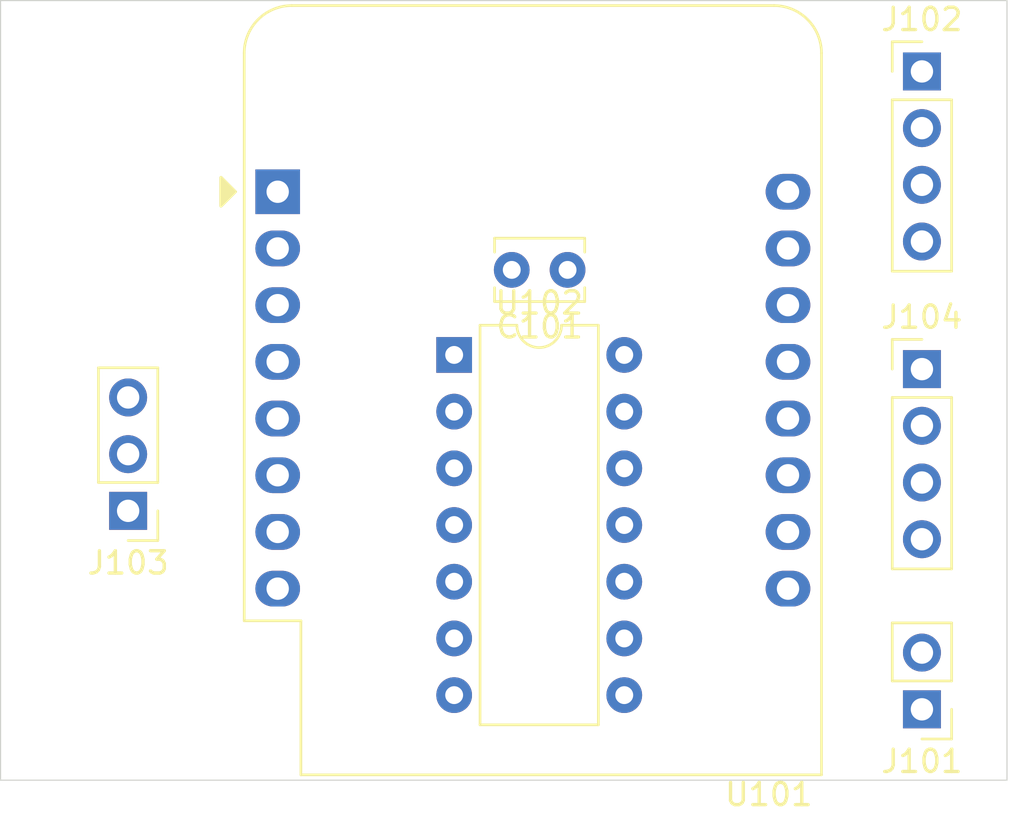
<source format=kicad_pcb>
(kicad_pcb (version 20171130) (host pcbnew 5.1.10-88a1d61d58~90~ubuntu20.04.1)

  (general
    (thickness 1.6)
    (drawings 4)
    (tracks 0)
    (zones 0)
    (modules 7)
    (nets 22)
  )

  (page A4)
  (layers
    (0 F.Cu signal)
    (31 B.Cu signal)
    (32 B.Adhes user)
    (33 F.Adhes user)
    (34 B.Paste user)
    (35 F.Paste user)
    (36 B.SilkS user)
    (37 F.SilkS user)
    (38 B.Mask user)
    (39 F.Mask user)
    (40 Dwgs.User user)
    (41 Cmts.User user)
    (42 Eco1.User user)
    (43 Eco2.User user)
    (44 Edge.Cuts user)
    (45 Margin user)
    (46 B.CrtYd user)
    (47 F.CrtYd user)
    (48 B.Fab user)
    (49 F.Fab user)
  )

  (setup
    (last_trace_width 0.25)
    (trace_clearance 0.2)
    (zone_clearance 0.508)
    (zone_45_only no)
    (trace_min 0.2)
    (via_size 0.8)
    (via_drill 0.4)
    (via_min_size 0.4)
    (via_min_drill 0.3)
    (uvia_size 0.3)
    (uvia_drill 0.1)
    (uvias_allowed no)
    (uvia_min_size 0.2)
    (uvia_min_drill 0.1)
    (edge_width 0.05)
    (segment_width 0.2)
    (pcb_text_width 0.3)
    (pcb_text_size 1.5 1.5)
    (mod_edge_width 0.12)
    (mod_text_size 1 1)
    (mod_text_width 0.15)
    (pad_size 1.524 1.524)
    (pad_drill 0.762)
    (pad_to_mask_clearance 0)
    (aux_axis_origin 0 0)
    (visible_elements FFFFFF7F)
    (pcbplotparams
      (layerselection 0x010fc_ffffffff)
      (usegerberextensions false)
      (usegerberattributes true)
      (usegerberadvancedattributes true)
      (creategerberjobfile true)
      (excludeedgelayer true)
      (linewidth 0.100000)
      (plotframeref false)
      (viasonmask false)
      (mode 1)
      (useauxorigin false)
      (hpglpennumber 1)
      (hpglpenspeed 20)
      (hpglpendiameter 15.000000)
      (psnegative false)
      (psa4output false)
      (plotreference true)
      (plotvalue true)
      (plotinvisibletext false)
      (padsonsilk false)
      (subtractmaskfromsilk false)
      (outputformat 1)
      (mirror false)
      (drillshape 1)
      (scaleselection 1)
      (outputdirectory ""))
  )

  (net 0 "")
  (net 1 GND)
  (net 2 +5V)
  (net 3 "Net-(J103-Pad3)")
  (net 4 "Net-(J103-Pad2)")
  (net 5 "Net-(U101-Pad16)")
  (net 6 "Net-(U101-Pad15)")
  (net 7 "Net-(U101-Pad7)")
  (net 8 "Net-(U101-Pad6)")
  (net 9 "Net-(U101-Pad5)")
  (net 10 "Net-(U101-Pad4)")
  (net 11 "Net-(U101-Pad3)")
  (net 12 "Net-(U101-Pad1)")
  (net 13 "Net-(U102-Pad11)")
  (net 14 SDA)
  (net 15 SCL)
  (net 16 +3V3)
  (net 17 RXIN)
  (net 18 TXOUT)
  (net 19 A0)
  (net 20 VCC)
  (net 21 "Net-(U102-Pad8)")

  (net_class Default "This is the default net class."
    (clearance 0.2)
    (trace_width 0.25)
    (via_dia 0.8)
    (via_drill 0.4)
    (uvia_dia 0.3)
    (uvia_drill 0.1)
    (add_net +3V3)
    (add_net +5V)
    (add_net A0)
    (add_net GND)
    (add_net "Net-(J103-Pad2)")
    (add_net "Net-(J103-Pad3)")
    (add_net "Net-(U101-Pad1)")
    (add_net "Net-(U101-Pad15)")
    (add_net "Net-(U101-Pad16)")
    (add_net "Net-(U101-Pad3)")
    (add_net "Net-(U101-Pad4)")
    (add_net "Net-(U101-Pad5)")
    (add_net "Net-(U101-Pad6)")
    (add_net "Net-(U101-Pad7)")
    (add_net "Net-(U102-Pad11)")
    (add_net "Net-(U102-Pad8)")
    (add_net RXIN)
    (add_net SCL)
    (add_net SDA)
    (add_net TXOUT)
    (add_net VCC)
  )

  (module Package_DIP:DIP-14_W7.62mm (layer F.Cu) (tedit 5A02E8C5) (tstamp 6127FD1A)
    (at 108.585 59.69)
    (descr "14-lead though-hole mounted DIP package, row spacing 7.62 mm (300 mils)")
    (tags "THT DIP DIL PDIP 2.54mm 7.62mm 300mil")
    (path /6128A942)
    (fp_text reference U102 (at 3.81 -2.33) (layer F.SilkS)
      (effects (font (size 1 1) (thickness 0.15)))
    )
    (fp_text value 74125 (at 3.81 17.57) (layer F.Fab)
      (effects (font (size 1 1) (thickness 0.15)))
    )
    (fp_text user %R (at 3.81 7.62) (layer F.Fab)
      (effects (font (size 1 1) (thickness 0.15)))
    )
    (fp_arc (start 3.81 -1.33) (end 2.81 -1.33) (angle -180) (layer F.SilkS) (width 0.12))
    (fp_line (start 1.635 -1.27) (end 6.985 -1.27) (layer F.Fab) (width 0.1))
    (fp_line (start 6.985 -1.27) (end 6.985 16.51) (layer F.Fab) (width 0.1))
    (fp_line (start 6.985 16.51) (end 0.635 16.51) (layer F.Fab) (width 0.1))
    (fp_line (start 0.635 16.51) (end 0.635 -0.27) (layer F.Fab) (width 0.1))
    (fp_line (start 0.635 -0.27) (end 1.635 -1.27) (layer F.Fab) (width 0.1))
    (fp_line (start 2.81 -1.33) (end 1.16 -1.33) (layer F.SilkS) (width 0.12))
    (fp_line (start 1.16 -1.33) (end 1.16 16.57) (layer F.SilkS) (width 0.12))
    (fp_line (start 1.16 16.57) (end 6.46 16.57) (layer F.SilkS) (width 0.12))
    (fp_line (start 6.46 16.57) (end 6.46 -1.33) (layer F.SilkS) (width 0.12))
    (fp_line (start 6.46 -1.33) (end 4.81 -1.33) (layer F.SilkS) (width 0.12))
    (fp_line (start -1.1 -1.55) (end -1.1 16.8) (layer F.CrtYd) (width 0.05))
    (fp_line (start -1.1 16.8) (end 8.7 16.8) (layer F.CrtYd) (width 0.05))
    (fp_line (start 8.7 16.8) (end 8.7 -1.55) (layer F.CrtYd) (width 0.05))
    (fp_line (start 8.7 -1.55) (end -1.1 -1.55) (layer F.CrtYd) (width 0.05))
    (pad 14 thru_hole oval (at 7.62 0) (size 1.6 1.6) (drill 0.8) (layers *.Cu *.Mask)
      (net 20 VCC))
    (pad 7 thru_hole oval (at 0 15.24) (size 1.6 1.6) (drill 0.8) (layers *.Cu *.Mask)
      (net 1 GND))
    (pad 13 thru_hole oval (at 7.62 2.54) (size 1.6 1.6) (drill 0.8) (layers *.Cu *.Mask)
      (net 2 +5V))
    (pad 6 thru_hole oval (at 0 12.7) (size 1.6 1.6) (drill 0.8) (layers *.Cu *.Mask)
      (net 4 "Net-(J103-Pad2)"))
    (pad 12 thru_hole oval (at 7.62 5.08) (size 1.6 1.6) (drill 0.8) (layers *.Cu *.Mask)
      (net 2 +5V))
    (pad 5 thru_hole oval (at 0 10.16) (size 1.6 1.6) (drill 0.8) (layers *.Cu *.Mask)
      (net 8 "Net-(U101-Pad6)"))
    (pad 11 thru_hole oval (at 7.62 7.62) (size 1.6 1.6) (drill 0.8) (layers *.Cu *.Mask)
      (net 13 "Net-(U102-Pad11)"))
    (pad 4 thru_hole oval (at 0 7.62) (size 1.6 1.6) (drill 0.8) (layers *.Cu *.Mask)
      (net 1 GND))
    (pad 10 thru_hole oval (at 7.62 10.16) (size 1.6 1.6) (drill 0.8) (layers *.Cu *.Mask)
      (net 2 +5V))
    (pad 3 thru_hole oval (at 0 5.08) (size 1.6 1.6) (drill 0.8) (layers *.Cu *.Mask)
      (net 3 "Net-(J103-Pad3)"))
    (pad 9 thru_hole oval (at 7.62 12.7) (size 1.6 1.6) (drill 0.8) (layers *.Cu *.Mask)
      (net 2 +5V))
    (pad 2 thru_hole oval (at 0 2.54) (size 1.6 1.6) (drill 0.8) (layers *.Cu *.Mask)
      (net 9 "Net-(U101-Pad5)"))
    (pad 8 thru_hole oval (at 7.62 15.24) (size 1.6 1.6) (drill 0.8) (layers *.Cu *.Mask)
      (net 21 "Net-(U102-Pad8)"))
    (pad 1 thru_hole rect (at 0 0) (size 1.6 1.6) (drill 0.8) (layers *.Cu *.Mask)
      (net 10 "Net-(U101-Pad4)"))
    (model ${KISYS3DMOD}/Package_DIP.3dshapes/DIP-14_W7.62mm.wrl
      (at (xyz 0 0 0))
      (scale (xyz 1 1 1))
      (rotate (xyz 0 0 0))
    )
  )

  (module Connector_PinHeader_2.54mm:PinHeader_1x04_P2.54mm_Vertical (layer F.Cu) (tedit 59FED5CC) (tstamp 61228F68)
    (at 129.54 60.325)
    (descr "Through hole straight pin header, 1x04, 2.54mm pitch, single row")
    (tags "Through hole pin header THT 1x04 2.54mm single row")
    (path /6125B88C)
    (fp_text reference J104 (at 0 -2.33) (layer F.SilkS)
      (effects (font (size 1 1) (thickness 0.15)))
    )
    (fp_text value Conn_UART (at 0 9.95) (layer F.Fab)
      (effects (font (size 1 1) (thickness 0.15)))
    )
    (fp_line (start 1.8 -1.8) (end -1.8 -1.8) (layer F.CrtYd) (width 0.05))
    (fp_line (start 1.8 9.4) (end 1.8 -1.8) (layer F.CrtYd) (width 0.05))
    (fp_line (start -1.8 9.4) (end 1.8 9.4) (layer F.CrtYd) (width 0.05))
    (fp_line (start -1.8 -1.8) (end -1.8 9.4) (layer F.CrtYd) (width 0.05))
    (fp_line (start -1.33 -1.33) (end 0 -1.33) (layer F.SilkS) (width 0.12))
    (fp_line (start -1.33 0) (end -1.33 -1.33) (layer F.SilkS) (width 0.12))
    (fp_line (start -1.33 1.27) (end 1.33 1.27) (layer F.SilkS) (width 0.12))
    (fp_line (start 1.33 1.27) (end 1.33 8.95) (layer F.SilkS) (width 0.12))
    (fp_line (start -1.33 1.27) (end -1.33 8.95) (layer F.SilkS) (width 0.12))
    (fp_line (start -1.33 8.95) (end 1.33 8.95) (layer F.SilkS) (width 0.12))
    (fp_line (start -1.27 -0.635) (end -0.635 -1.27) (layer F.Fab) (width 0.1))
    (fp_line (start -1.27 8.89) (end -1.27 -0.635) (layer F.Fab) (width 0.1))
    (fp_line (start 1.27 8.89) (end -1.27 8.89) (layer F.Fab) (width 0.1))
    (fp_line (start 1.27 -1.27) (end 1.27 8.89) (layer F.Fab) (width 0.1))
    (fp_line (start -0.635 -1.27) (end 1.27 -1.27) (layer F.Fab) (width 0.1))
    (fp_text user %R (at 0 3.81 90) (layer F.Fab)
      (effects (font (size 1 1) (thickness 0.15)))
    )
    (pad 4 thru_hole oval (at 0 7.62) (size 1.7 1.7) (drill 1) (layers *.Cu *.Mask)
      (net 17 RXIN))
    (pad 3 thru_hole oval (at 0 5.08) (size 1.7 1.7) (drill 1) (layers *.Cu *.Mask)
      (net 18 TXOUT))
    (pad 2 thru_hole oval (at 0 2.54) (size 1.7 1.7) (drill 1) (layers *.Cu *.Mask)
      (net 1 GND))
    (pad 1 thru_hole rect (at 0 0) (size 1.7 1.7) (drill 1) (layers *.Cu *.Mask)
      (net 2 +5V))
    (model ${KISYS3DMOD}/Connector_PinHeader_2.54mm.3dshapes/PinHeader_1x04_P2.54mm_Vertical.wrl
      (at (xyz 0 0 0))
      (scale (xyz 1 1 1))
      (rotate (xyz 0 0 0))
    )
  )

  (module Capacitor_THT:C_Disc_D3.8mm_W2.6mm_P2.50mm (layer F.Cu) (tedit 5AE50EF0) (tstamp 61228F0E)
    (at 113.665 55.88 180)
    (descr "C, Disc series, Radial, pin pitch=2.50mm, , diameter*width=3.8*2.6mm^2, Capacitor, http://www.vishay.com/docs/45233/krseries.pdf")
    (tags "C Disc series Radial pin pitch 2.50mm  diameter 3.8mm width 2.6mm Capacitor")
    (path /6122B09C)
    (fp_text reference C101 (at 1.25 -2.55) (layer F.SilkS)
      (effects (font (size 1 1) (thickness 0.15)))
    )
    (fp_text value C (at 1.25 2.55) (layer F.Fab)
      (effects (font (size 1 1) (thickness 0.15)))
    )
    (fp_line (start 3.55 -1.55) (end -1.05 -1.55) (layer F.CrtYd) (width 0.05))
    (fp_line (start 3.55 1.55) (end 3.55 -1.55) (layer F.CrtYd) (width 0.05))
    (fp_line (start -1.05 1.55) (end 3.55 1.55) (layer F.CrtYd) (width 0.05))
    (fp_line (start -1.05 -1.55) (end -1.05 1.55) (layer F.CrtYd) (width 0.05))
    (fp_line (start 3.27 0.795) (end 3.27 1.42) (layer F.SilkS) (width 0.12))
    (fp_line (start 3.27 -1.42) (end 3.27 -0.795) (layer F.SilkS) (width 0.12))
    (fp_line (start -0.77 0.795) (end -0.77 1.42) (layer F.SilkS) (width 0.12))
    (fp_line (start -0.77 -1.42) (end -0.77 -0.795) (layer F.SilkS) (width 0.12))
    (fp_line (start -0.77 1.42) (end 3.27 1.42) (layer F.SilkS) (width 0.12))
    (fp_line (start -0.77 -1.42) (end 3.27 -1.42) (layer F.SilkS) (width 0.12))
    (fp_line (start 3.15 -1.3) (end -0.65 -1.3) (layer F.Fab) (width 0.1))
    (fp_line (start 3.15 1.3) (end 3.15 -1.3) (layer F.Fab) (width 0.1))
    (fp_line (start -0.65 1.3) (end 3.15 1.3) (layer F.Fab) (width 0.1))
    (fp_line (start -0.65 -1.3) (end -0.65 1.3) (layer F.Fab) (width 0.1))
    (fp_text user %R (at 3.164999 0.329999) (layer F.Fab)
      (effects (font (size 0.76 0.76) (thickness 0.114)))
    )
    (pad 2 thru_hole circle (at 2.5 0 180) (size 1.6 1.6) (drill 0.8) (layers *.Cu *.Mask)
      (net 1 GND))
    (pad 1 thru_hole circle (at 0 0 180) (size 1.6 1.6) (drill 0.8) (layers *.Cu *.Mask)
      (net 2 +5V))
    (model ${KISYS3DMOD}/Capacitor_THT.3dshapes/C_Disc_D3.8mm_W2.6mm_P2.50mm.wrl
      (at (xyz 0 0 0))
      (scale (xyz 1 1 1))
      (rotate (xyz 0 0 0))
    )
  )

  (module Module:WEMOS_D1_mini_light (layer F.Cu) (tedit 5BBFB1CE) (tstamp 61228BB8)
    (at 100.68 52.38)
    (descr "16-pin module, column spacing 22.86 mm (900 mils), https://wiki.wemos.cc/products:d1:d1_mini, https://c1.staticflickr.com/1/734/31400410271_f278b087db_z.jpg")
    (tags "ESP8266 WiFi microcontroller")
    (path /61222A73)
    (fp_text reference U101 (at 22 27) (layer F.SilkS)
      (effects (font (size 1 1) (thickness 0.15)))
    )
    (fp_text value WeMos_D1_mini (at 11.7 0) (layer F.Fab)
      (effects (font (size 1 1) (thickness 0.15)))
    )
    (fp_line (start 1.04 19.22) (end 1.04 26.12) (layer F.SilkS) (width 0.12))
    (fp_line (start -1.5 19.22) (end 1.04 19.22) (layer F.SilkS) (width 0.12))
    (fp_line (start -0.37 0) (end -1.37 -1) (layer F.Fab) (width 0.1))
    (fp_line (start -1.37 1) (end -0.37 0) (layer F.Fab) (width 0.1))
    (fp_line (start -1.37 -6.21) (end -1.37 -1) (layer F.Fab) (width 0.1))
    (fp_line (start 1.17 19.09) (end 1.17 25.99) (layer F.Fab) (width 0.1))
    (fp_line (start -1.37 19.09) (end 1.17 19.09) (layer F.Fab) (width 0.1))
    (fp_line (start -1.35 -7.4) (end -0.55 -8.2) (layer Dwgs.User) (width 0.1))
    (fp_line (start -1.3 -5.45) (end 1.45 -8.2) (layer Dwgs.User) (width 0.1))
    (fp_line (start -1.35 -3.4) (end 3.45 -8.2) (layer Dwgs.User) (width 0.1))
    (fp_line (start 22.65 -1.4) (end 24.25 -3) (layer Dwgs.User) (width 0.1))
    (fp_line (start 20.65 -1.4) (end 24.25 -5) (layer Dwgs.User) (width 0.1))
    (fp_line (start 18.65 -1.4) (end 24.25 -7) (layer Dwgs.User) (width 0.1))
    (fp_line (start 16.65 -1.4) (end 23.45 -8.2) (layer Dwgs.User) (width 0.1))
    (fp_line (start 14.65 -1.4) (end 21.45 -8.2) (layer Dwgs.User) (width 0.1))
    (fp_line (start 12.65 -1.4) (end 19.45 -8.2) (layer Dwgs.User) (width 0.1))
    (fp_line (start 10.65 -1.4) (end 17.45 -8.2) (layer Dwgs.User) (width 0.1))
    (fp_line (start 8.65 -1.4) (end 15.45 -8.2) (layer Dwgs.User) (width 0.1))
    (fp_line (start 6.65 -1.4) (end 13.45 -8.2) (layer Dwgs.User) (width 0.1))
    (fp_line (start 4.65 -1.4) (end 11.45 -8.2) (layer Dwgs.User) (width 0.1))
    (fp_line (start 2.65 -1.4) (end 9.45 -8.2) (layer Dwgs.User) (width 0.1))
    (fp_line (start 0.65 -1.4) (end 7.45 -8.2) (layer Dwgs.User) (width 0.1))
    (fp_line (start -1.35 -1.4) (end 5.45 -8.2) (layer Dwgs.User) (width 0.1))
    (fp_line (start -1.35 -8.2) (end -1.35 -1.4) (layer Dwgs.User) (width 0.1))
    (fp_line (start 24.25 -8.2) (end -1.35 -8.2) (layer Dwgs.User) (width 0.1))
    (fp_line (start 24.25 -1.4) (end 24.25 -8.2) (layer Dwgs.User) (width 0.1))
    (fp_line (start -1.35 -1.4) (end 24.25 -1.4) (layer Dwgs.User) (width 0.1))
    (fp_poly (pts (xy -2.54 -0.635) (xy -2.54 0.635) (xy -1.905 0)) (layer F.SilkS) (width 0.15))
    (fp_line (start -1.62 26.24) (end -1.62 -8.46) (layer F.CrtYd) (width 0.05))
    (fp_line (start 24.48 26.24) (end -1.62 26.24) (layer F.CrtYd) (width 0.05))
    (fp_line (start 24.48 -8.41) (end 24.48 26.24) (layer F.CrtYd) (width 0.05))
    (fp_line (start -1.62 -8.46) (end 24.48 -8.46) (layer F.CrtYd) (width 0.05))
    (fp_line (start -1.37 1) (end -1.37 19.09) (layer F.Fab) (width 0.1))
    (fp_line (start 22.23 -8.21) (end 0.63 -8.21) (layer F.Fab) (width 0.1))
    (fp_line (start 24.23 25.99) (end 24.23 -6.21) (layer F.Fab) (width 0.1))
    (fp_line (start 1.17 25.99) (end 24.23 25.99) (layer F.Fab) (width 0.1))
    (fp_line (start 22.24 -8.34) (end 0.63 -8.34) (layer F.SilkS) (width 0.12))
    (fp_line (start 24.36 26.12) (end 24.36 -6.21) (layer F.SilkS) (width 0.12))
    (fp_line (start -1.5 19.22) (end -1.5 -6.21) (layer F.SilkS) (width 0.12))
    (fp_line (start 1.04 26.12) (end 24.36 26.12) (layer F.SilkS) (width 0.12))
    (fp_text user "No copper" (at 11.43 -3.81) (layer Cmts.User)
      (effects (font (size 1 1) (thickness 0.15)))
    )
    (fp_text user "KEEP OUT" (at 11.43 -6.35) (layer Cmts.User)
      (effects (font (size 1 1) (thickness 0.15)))
    )
    (fp_arc (start 22.23 -6.21) (end 24.36 -6.21) (angle -90) (layer F.SilkS) (width 0.12))
    (fp_arc (start 0.63 -6.21) (end 0.63 -8.34) (angle -90) (layer F.SilkS) (width 0.12))
    (fp_arc (start 22.23 -6.21) (end 24.23 -6.19) (angle -90) (layer F.Fab) (width 0.1))
    (fp_arc (start 0.63 -6.21) (end 0.63 -8.21) (angle -90) (layer F.Fab) (width 0.1))
    (fp_text user %R (at 11.43 10) (layer F.Fab)
      (effects (font (size 1 1) (thickness 0.15)))
    )
    (pad 16 thru_hole oval (at 22.86 0) (size 2 1.6) (drill 1) (layers *.Cu *.Mask)
      (net 5 "Net-(U101-Pad16)"))
    (pad 15 thru_hole oval (at 22.86 2.54) (size 2 1.6) (drill 1) (layers *.Cu *.Mask)
      (net 6 "Net-(U101-Pad15)"))
    (pad 14 thru_hole oval (at 22.86 5.08) (size 2 1.6) (drill 1) (layers *.Cu *.Mask)
      (net 15 SCL))
    (pad 13 thru_hole oval (at 22.86 7.62) (size 2 1.6) (drill 1) (layers *.Cu *.Mask)
      (net 14 SDA))
    (pad 12 thru_hole oval (at 22.86 10.16) (size 2 1.6) (drill 1) (layers *.Cu *.Mask)
      (net 18 TXOUT))
    (pad 11 thru_hole oval (at 22.86 12.7) (size 2 1.6) (drill 1) (layers *.Cu *.Mask)
      (net 17 RXIN))
    (pad 10 thru_hole oval (at 22.86 15.24) (size 2 1.6) (drill 1) (layers *.Cu *.Mask)
      (net 1 GND))
    (pad 9 thru_hole oval (at 22.86 17.78) (size 2 1.6) (drill 1) (layers *.Cu *.Mask)
      (net 2 +5V))
    (pad 8 thru_hole oval (at 0 17.78) (size 2 1.6) (drill 1) (layers *.Cu *.Mask)
      (net 16 +3V3))
    (pad 7 thru_hole oval (at 0 15.24) (size 2 1.6) (drill 1) (layers *.Cu *.Mask)
      (net 7 "Net-(U101-Pad7)"))
    (pad 6 thru_hole oval (at 0 12.7) (size 2 1.6) (drill 1) (layers *.Cu *.Mask)
      (net 8 "Net-(U101-Pad6)"))
    (pad 5 thru_hole oval (at 0 10.16) (size 2 1.6) (drill 1) (layers *.Cu *.Mask)
      (net 9 "Net-(U101-Pad5)"))
    (pad 4 thru_hole oval (at 0 7.62) (size 2 1.6) (drill 1) (layers *.Cu *.Mask)
      (net 10 "Net-(U101-Pad4)"))
    (pad 3 thru_hole oval (at 0 5.08) (size 2 1.6) (drill 1) (layers *.Cu *.Mask)
      (net 11 "Net-(U101-Pad3)"))
    (pad 1 thru_hole rect (at 0 0) (size 2 2) (drill 1) (layers *.Cu *.Mask)
      (net 12 "Net-(U101-Pad1)"))
    (pad 2 thru_hole oval (at 0 2.54) (size 2 1.6) (drill 1) (layers *.Cu *.Mask)
      (net 19 A0))
    (model ${KISYS3DMOD}/Module.3dshapes/WEMOS_D1_mini_light.wrl
      (at (xyz 0 0 0))
      (scale (xyz 1 1 1))
      (rotate (xyz 0 0 0))
    )
    (model ${KISYS3DMOD}/Connector_PinHeader_2.54mm.3dshapes/PinHeader_1x08_P2.54mm_Vertical.wrl
      (offset (xyz 0 0 9.5))
      (scale (xyz 1 1 1))
      (rotate (xyz 0 -180 0))
    )
    (model ${KISYS3DMOD}/Connector_PinHeader_2.54mm.3dshapes/PinHeader_1x08_P2.54mm_Vertical.wrl
      (offset (xyz 22.86 0 9.5))
      (scale (xyz 1 1 1))
      (rotate (xyz 0 -180 0))
    )
    (model ${KISYS3DMOD}/Connector_PinSocket_2.54mm.3dshapes/PinSocket_1x08_P2.54mm_Vertical.wrl
      (at (xyz 0 0 0))
      (scale (xyz 1 1 1))
      (rotate (xyz 0 0 0))
    )
    (model ${KISYS3DMOD}/Connector_PinSocket_2.54mm.3dshapes/PinSocket_1x08_P2.54mm_Vertical.wrl
      (offset (xyz 22.86 0 0))
      (scale (xyz 1 1 1))
      (rotate (xyz 0 0 0))
    )
  )

  (module Connector_PinHeader_2.54mm:PinHeader_1x03_P2.54mm_Vertical (layer F.Cu) (tedit 59FED5CC) (tstamp 61228B75)
    (at 93.98 66.675 180)
    (descr "Through hole straight pin header, 1x03, 2.54mm pitch, single row")
    (tags "Through hole pin header THT 1x03 2.54mm single row")
    (path /6122D66D)
    (fp_text reference J103 (at 0 -2.33) (layer F.SilkS)
      (effects (font (size 1 1) (thickness 0.15)))
    )
    (fp_text value Conn_LED (at 0 7.41) (layer F.Fab)
      (effects (font (size 1 1) (thickness 0.15)))
    )
    (fp_line (start 1.8 -1.8) (end -1.8 -1.8) (layer F.CrtYd) (width 0.05))
    (fp_line (start 1.8 6.85) (end 1.8 -1.8) (layer F.CrtYd) (width 0.05))
    (fp_line (start -1.8 6.85) (end 1.8 6.85) (layer F.CrtYd) (width 0.05))
    (fp_line (start -1.8 -1.8) (end -1.8 6.85) (layer F.CrtYd) (width 0.05))
    (fp_line (start -1.33 -1.33) (end 0 -1.33) (layer F.SilkS) (width 0.12))
    (fp_line (start -1.33 0) (end -1.33 -1.33) (layer F.SilkS) (width 0.12))
    (fp_line (start -1.33 1.27) (end 1.33 1.27) (layer F.SilkS) (width 0.12))
    (fp_line (start 1.33 1.27) (end 1.33 6.41) (layer F.SilkS) (width 0.12))
    (fp_line (start -1.33 1.27) (end -1.33 6.41) (layer F.SilkS) (width 0.12))
    (fp_line (start -1.33 6.41) (end 1.33 6.41) (layer F.SilkS) (width 0.12))
    (fp_line (start -1.27 -0.635) (end -0.635 -1.27) (layer F.Fab) (width 0.1))
    (fp_line (start -1.27 6.35) (end -1.27 -0.635) (layer F.Fab) (width 0.1))
    (fp_line (start 1.27 6.35) (end -1.27 6.35) (layer F.Fab) (width 0.1))
    (fp_line (start 1.27 -1.27) (end 1.27 6.35) (layer F.Fab) (width 0.1))
    (fp_line (start -0.635 -1.27) (end 1.27 -1.27) (layer F.Fab) (width 0.1))
    (fp_text user %R (at 0 2.54 90) (layer F.Fab)
      (effects (font (size 1 1) (thickness 0.15)))
    )
    (pad 3 thru_hole oval (at 0 5.08 180) (size 1.7 1.7) (drill 1) (layers *.Cu *.Mask)
      (net 3 "Net-(J103-Pad3)"))
    (pad 2 thru_hole oval (at 0 2.54 180) (size 1.7 1.7) (drill 1) (layers *.Cu *.Mask)
      (net 4 "Net-(J103-Pad2)"))
    (pad 1 thru_hole rect (at 0 0 180) (size 1.7 1.7) (drill 1) (layers *.Cu *.Mask)
      (net 19 A0))
    (model ${KISYS3DMOD}/Connector_PinHeader_2.54mm.3dshapes/PinHeader_1x03_P2.54mm_Vertical.wrl
      (at (xyz 0 0 0))
      (scale (xyz 1 1 1))
      (rotate (xyz 0 0 0))
    )
  )

  (module Connector_PinHeader_2.54mm:PinHeader_1x04_P2.54mm_Vertical (layer F.Cu) (tedit 59FED5CC) (tstamp 61228B5E)
    (at 129.54 46.99)
    (descr "Through hole straight pin header, 1x04, 2.54mm pitch, single row")
    (tags "Through hole pin header THT 1x04 2.54mm single row")
    (path /61246FA9)
    (fp_text reference J102 (at 0 -2.33) (layer F.SilkS)
      (effects (font (size 1 1) (thickness 0.15)))
    )
    (fp_text value Conn_I2C (at 0 9.95) (layer F.Fab)
      (effects (font (size 1 1) (thickness 0.15)))
    )
    (fp_line (start 1.8 -1.8) (end -1.8 -1.8) (layer F.CrtYd) (width 0.05))
    (fp_line (start 1.8 9.4) (end 1.8 -1.8) (layer F.CrtYd) (width 0.05))
    (fp_line (start -1.8 9.4) (end 1.8 9.4) (layer F.CrtYd) (width 0.05))
    (fp_line (start -1.8 -1.8) (end -1.8 9.4) (layer F.CrtYd) (width 0.05))
    (fp_line (start -1.33 -1.33) (end 0 -1.33) (layer F.SilkS) (width 0.12))
    (fp_line (start -1.33 0) (end -1.33 -1.33) (layer F.SilkS) (width 0.12))
    (fp_line (start -1.33 1.27) (end 1.33 1.27) (layer F.SilkS) (width 0.12))
    (fp_line (start 1.33 1.27) (end 1.33 8.95) (layer F.SilkS) (width 0.12))
    (fp_line (start -1.33 1.27) (end -1.33 8.95) (layer F.SilkS) (width 0.12))
    (fp_line (start -1.33 8.95) (end 1.33 8.95) (layer F.SilkS) (width 0.12))
    (fp_line (start -1.27 -0.635) (end -0.635 -1.27) (layer F.Fab) (width 0.1))
    (fp_line (start -1.27 8.89) (end -1.27 -0.635) (layer F.Fab) (width 0.1))
    (fp_line (start 1.27 8.89) (end -1.27 8.89) (layer F.Fab) (width 0.1))
    (fp_line (start 1.27 -1.27) (end 1.27 8.89) (layer F.Fab) (width 0.1))
    (fp_line (start -0.635 -1.27) (end 1.27 -1.27) (layer F.Fab) (width 0.1))
    (fp_text user %R (at 0 3.81 90) (layer F.Fab)
      (effects (font (size 1 1) (thickness 0.15)))
    )
    (pad 4 thru_hole oval (at 0 7.62) (size 1.7 1.7) (drill 1) (layers *.Cu *.Mask)
      (net 14 SDA))
    (pad 3 thru_hole oval (at 0 5.08) (size 1.7 1.7) (drill 1) (layers *.Cu *.Mask)
      (net 15 SCL))
    (pad 2 thru_hole oval (at 0 2.54) (size 1.7 1.7) (drill 1) (layers *.Cu *.Mask)
      (net 1 GND))
    (pad 1 thru_hole rect (at 0 0) (size 1.7 1.7) (drill 1) (layers *.Cu *.Mask)
      (net 16 +3V3))
    (model ${KISYS3DMOD}/Connector_PinHeader_2.54mm.3dshapes/PinHeader_1x04_P2.54mm_Vertical.wrl
      (at (xyz 0 0 0))
      (scale (xyz 1 1 1))
      (rotate (xyz 0 0 0))
    )
  )

  (module Connector_PinHeader_2.54mm:PinHeader_1x02_P2.54mm_Vertical (layer F.Cu) (tedit 59FED5CC) (tstamp 61228B46)
    (at 129.54 75.565 180)
    (descr "Through hole straight pin header, 1x02, 2.54mm pitch, single row")
    (tags "Through hole pin header THT 1x02 2.54mm single row")
    (path /61236D41)
    (fp_text reference J101 (at 0 -2.33) (layer F.SilkS)
      (effects (font (size 1 1) (thickness 0.15)))
    )
    (fp_text value Conn_Power (at 0 4.87) (layer F.Fab)
      (effects (font (size 1 1) (thickness 0.15)))
    )
    (fp_line (start 1.8 -1.8) (end -1.8 -1.8) (layer F.CrtYd) (width 0.05))
    (fp_line (start 1.8 4.35) (end 1.8 -1.8) (layer F.CrtYd) (width 0.05))
    (fp_line (start -1.8 4.35) (end 1.8 4.35) (layer F.CrtYd) (width 0.05))
    (fp_line (start -1.8 -1.8) (end -1.8 4.35) (layer F.CrtYd) (width 0.05))
    (fp_line (start -1.33 -1.33) (end 0 -1.33) (layer F.SilkS) (width 0.12))
    (fp_line (start -1.33 0) (end -1.33 -1.33) (layer F.SilkS) (width 0.12))
    (fp_line (start -1.33 1.27) (end 1.33 1.27) (layer F.SilkS) (width 0.12))
    (fp_line (start 1.33 1.27) (end 1.33 3.87) (layer F.SilkS) (width 0.12))
    (fp_line (start -1.33 1.27) (end -1.33 3.87) (layer F.SilkS) (width 0.12))
    (fp_line (start -1.33 3.87) (end 1.33 3.87) (layer F.SilkS) (width 0.12))
    (fp_line (start -1.27 -0.635) (end -0.635 -1.27) (layer F.Fab) (width 0.1))
    (fp_line (start -1.27 3.81) (end -1.27 -0.635) (layer F.Fab) (width 0.1))
    (fp_line (start 1.27 3.81) (end -1.27 3.81) (layer F.Fab) (width 0.1))
    (fp_line (start 1.27 -1.27) (end 1.27 3.81) (layer F.Fab) (width 0.1))
    (fp_line (start -0.635 -1.27) (end 1.27 -1.27) (layer F.Fab) (width 0.1))
    (fp_text user %R (at 0 1.27 90) (layer F.Fab)
      (effects (font (size 1 1) (thickness 0.15)))
    )
    (pad 2 thru_hole oval (at 0 2.54 180) (size 1.7 1.7) (drill 1) (layers *.Cu *.Mask)
      (net 1 GND))
    (pad 1 thru_hole rect (at 0 0 180) (size 1.7 1.7) (drill 1) (layers *.Cu *.Mask)
      (net 2 +5V))
    (model ${KISYS3DMOD}/Connector_PinHeader_2.54mm.3dshapes/PinHeader_1x02_P2.54mm_Vertical.wrl
      (at (xyz 0 0 0))
      (scale (xyz 1 1 1))
      (rotate (xyz 0 0 0))
    )
  )

  (gr_line (start 133.35 43.815) (end 88.265 43.815) (layer Edge.Cuts) (width 0.05) (tstamp 61228A8B))
  (gr_line (start 133.35 78.74) (end 133.35 43.815) (layer Edge.Cuts) (width 0.05))
  (gr_line (start 88.265 78.74) (end 133.35 78.74) (layer Edge.Cuts) (width 0.05))
  (gr_line (start 88.265 43.815) (end 88.265 78.74) (layer Edge.Cuts) (width 0.05))

)

</source>
